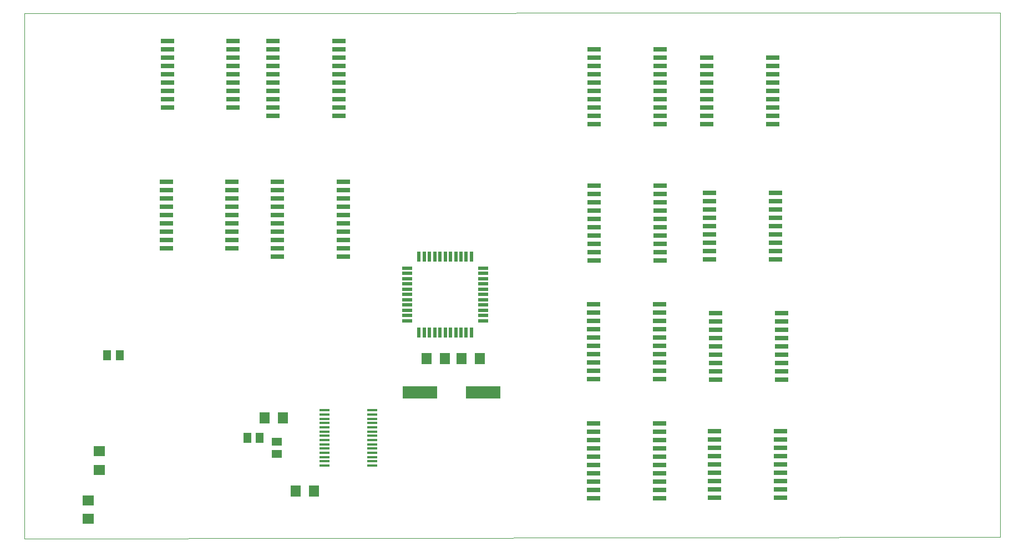
<source format=gtp>
G75*
G70*
%OFA0B0*%
%FSLAX24Y24*%
%IPPOS*%
%LPD*%
%AMOC8*
5,1,8,0,0,1.08239X$1,22.5*
%
%ADD10C,0.0000*%
%ADD11R,0.0197X0.0591*%
%ADD12R,0.0591X0.0197*%
%ADD13R,0.0800X0.0260*%
%ADD14R,0.2100X0.0760*%
%ADD15R,0.0512X0.0591*%
%ADD16R,0.0709X0.0630*%
%ADD17R,0.0630X0.0709*%
%ADD18R,0.0591X0.0157*%
%ADD19R,0.0591X0.0512*%
%ADD20R,0.0710X0.0630*%
D10*
X000170Y000290D02*
X000180Y031900D01*
X058792Y031930D01*
X058792Y000400D01*
X000170Y000290D01*
D11*
X023885Y012707D03*
X024200Y012707D03*
X024515Y012707D03*
X024830Y012707D03*
X025145Y012707D03*
X025460Y012707D03*
X025775Y012707D03*
X026090Y012707D03*
X026405Y012707D03*
X026720Y012707D03*
X027035Y012707D03*
X027035Y017273D03*
X026720Y017273D03*
X026405Y017273D03*
X026090Y017273D03*
X025775Y017273D03*
X025460Y017273D03*
X025145Y017273D03*
X024830Y017273D03*
X024515Y017273D03*
X024200Y017273D03*
X023885Y017273D03*
D12*
X023177Y016565D03*
X023177Y016250D03*
X023177Y015935D03*
X023177Y015620D03*
X023177Y015305D03*
X023177Y014990D03*
X023177Y014675D03*
X023177Y014360D03*
X023177Y014045D03*
X023177Y013730D03*
X023177Y013415D03*
X027743Y013415D03*
X027743Y013730D03*
X027743Y014045D03*
X027743Y014360D03*
X027743Y014675D03*
X027743Y014990D03*
X027743Y015305D03*
X027743Y015620D03*
X027743Y015935D03*
X027743Y016250D03*
X027743Y016565D03*
D13*
X034370Y014400D03*
X034370Y013900D03*
X034370Y013400D03*
X034370Y012900D03*
X034370Y012400D03*
X034370Y011900D03*
X034370Y011400D03*
X034370Y010900D03*
X034370Y010400D03*
X034370Y009900D03*
X038330Y009900D03*
X038330Y010400D03*
X038330Y010900D03*
X038330Y011400D03*
X038330Y011900D03*
X038330Y012400D03*
X038330Y012900D03*
X038330Y013400D03*
X038330Y013900D03*
X038330Y014400D03*
X041720Y013880D03*
X041720Y013380D03*
X041720Y012880D03*
X041720Y012380D03*
X041720Y011880D03*
X041720Y011380D03*
X041720Y010880D03*
X041720Y010380D03*
X041720Y009880D03*
X045680Y009880D03*
X045680Y010380D03*
X045680Y010880D03*
X045680Y011380D03*
X045680Y011880D03*
X045680Y012380D03*
X045680Y012880D03*
X045680Y013380D03*
X045680Y013880D03*
X045310Y017090D03*
X045310Y017590D03*
X045310Y018090D03*
X045310Y018590D03*
X045310Y019090D03*
X045310Y019590D03*
X045310Y020090D03*
X045310Y020590D03*
X045310Y021090D03*
X041350Y021090D03*
X041350Y020590D03*
X041350Y020090D03*
X041350Y019590D03*
X041350Y019090D03*
X041350Y018590D03*
X041350Y018090D03*
X041350Y017590D03*
X041350Y017090D03*
X038360Y017040D03*
X038360Y017540D03*
X038360Y018040D03*
X038360Y018540D03*
X038360Y019040D03*
X038360Y019540D03*
X038360Y020040D03*
X038360Y020540D03*
X038360Y021040D03*
X038360Y021540D03*
X034400Y021540D03*
X034400Y021040D03*
X034400Y020540D03*
X034400Y020040D03*
X034400Y019540D03*
X034400Y019040D03*
X034400Y018540D03*
X034400Y018040D03*
X034400Y017540D03*
X034400Y017040D03*
X034420Y025230D03*
X034420Y025730D03*
X034420Y026230D03*
X034420Y026730D03*
X034420Y027230D03*
X034420Y027730D03*
X034420Y028230D03*
X034420Y028730D03*
X034420Y029230D03*
X034420Y029730D03*
X038380Y029730D03*
X038380Y029230D03*
X038380Y028730D03*
X038380Y028230D03*
X038380Y027730D03*
X038380Y027230D03*
X038380Y026730D03*
X038380Y026230D03*
X038380Y025730D03*
X038380Y025230D03*
X041180Y025220D03*
X041180Y025720D03*
X041180Y026220D03*
X041180Y026720D03*
X041180Y027220D03*
X041180Y027720D03*
X041180Y028220D03*
X041180Y028720D03*
X041180Y029220D03*
X045140Y029220D03*
X045140Y028720D03*
X045140Y028220D03*
X045140Y027720D03*
X045140Y027220D03*
X045140Y026720D03*
X045140Y026220D03*
X045140Y025720D03*
X045140Y025220D03*
X019330Y021750D03*
X019330Y021250D03*
X019330Y020750D03*
X019330Y020250D03*
X019330Y019750D03*
X019330Y019250D03*
X019330Y018750D03*
X019330Y018250D03*
X019330Y017750D03*
X019330Y017250D03*
X015370Y017250D03*
X015370Y017750D03*
X015370Y018250D03*
X015370Y018750D03*
X015370Y019250D03*
X015370Y019750D03*
X015370Y020250D03*
X015370Y020750D03*
X015370Y021250D03*
X015370Y021750D03*
X012650Y021760D03*
X012650Y021260D03*
X012650Y020760D03*
X012650Y020260D03*
X012650Y019760D03*
X012650Y019260D03*
X012650Y018760D03*
X012650Y018260D03*
X012650Y017760D03*
X008690Y017760D03*
X008690Y018260D03*
X008690Y018760D03*
X008690Y019260D03*
X008690Y019760D03*
X008690Y020260D03*
X008690Y020760D03*
X008690Y021260D03*
X008690Y021760D03*
X015110Y025740D03*
X015110Y026240D03*
X015110Y026740D03*
X015110Y027240D03*
X015110Y027740D03*
X015110Y028240D03*
X015110Y028740D03*
X015110Y029240D03*
X015110Y029740D03*
X015110Y030240D03*
X012720Y030240D03*
X012720Y029740D03*
X012720Y029240D03*
X012720Y028740D03*
X012720Y028240D03*
X012720Y027740D03*
X012720Y027240D03*
X012720Y026740D03*
X012720Y026240D03*
X008760Y026240D03*
X008760Y026740D03*
X008760Y027240D03*
X008760Y027740D03*
X008760Y028240D03*
X008760Y028740D03*
X008760Y029240D03*
X008760Y029740D03*
X008760Y030240D03*
X019070Y030240D03*
X019070Y029740D03*
X019070Y029240D03*
X019070Y028740D03*
X019070Y028240D03*
X019070Y027740D03*
X019070Y027240D03*
X019070Y026740D03*
X019070Y026240D03*
X019070Y025740D03*
X034380Y007230D03*
X034380Y006730D03*
X034380Y006230D03*
X034380Y005730D03*
X034380Y005230D03*
X034380Y004730D03*
X034380Y004230D03*
X034380Y003730D03*
X034380Y003230D03*
X034380Y002730D03*
X038340Y002730D03*
X038340Y003230D03*
X038340Y003730D03*
X038340Y004230D03*
X038340Y004730D03*
X038340Y005230D03*
X038340Y005730D03*
X038340Y006230D03*
X038340Y006730D03*
X038340Y007230D03*
X041630Y006750D03*
X041630Y006250D03*
X041630Y005750D03*
X041630Y005250D03*
X041630Y004750D03*
X041630Y004250D03*
X041630Y003750D03*
X041630Y003250D03*
X041630Y002750D03*
X045590Y002750D03*
X045590Y003250D03*
X045590Y003750D03*
X045590Y004250D03*
X045590Y004750D03*
X045590Y005250D03*
X045590Y005750D03*
X045590Y006250D03*
X045590Y006750D03*
D14*
X027730Y009090D03*
X023930Y009090D03*
D15*
X014304Y006370D03*
X013556Y006370D03*
X005894Y011340D03*
X005146Y011340D03*
D16*
X004020Y002591D03*
X004020Y001489D03*
D17*
X014599Y007570D03*
X015701Y007570D03*
X016479Y003180D03*
X017581Y003180D03*
X024339Y011120D03*
X025441Y011120D03*
X026429Y011120D03*
X027531Y011120D03*
D18*
X021067Y008023D03*
X021067Y007767D03*
X021067Y007512D03*
X021067Y007256D03*
X021067Y007000D03*
X021067Y006744D03*
X021067Y006488D03*
X021067Y006232D03*
X021067Y005976D03*
X021067Y005720D03*
X021067Y005464D03*
X021067Y005208D03*
X021067Y004953D03*
X021067Y004697D03*
X018213Y004697D03*
X018213Y004953D03*
X018213Y005208D03*
X018213Y005464D03*
X018213Y005720D03*
X018213Y005976D03*
X018213Y006232D03*
X018213Y006488D03*
X018213Y006744D03*
X018213Y007000D03*
X018213Y007256D03*
X018213Y007512D03*
X018213Y007767D03*
X018213Y008023D03*
D19*
X015330Y006134D03*
X015330Y005386D03*
D20*
X004660Y005550D03*
X004660Y004430D03*
M02*

</source>
